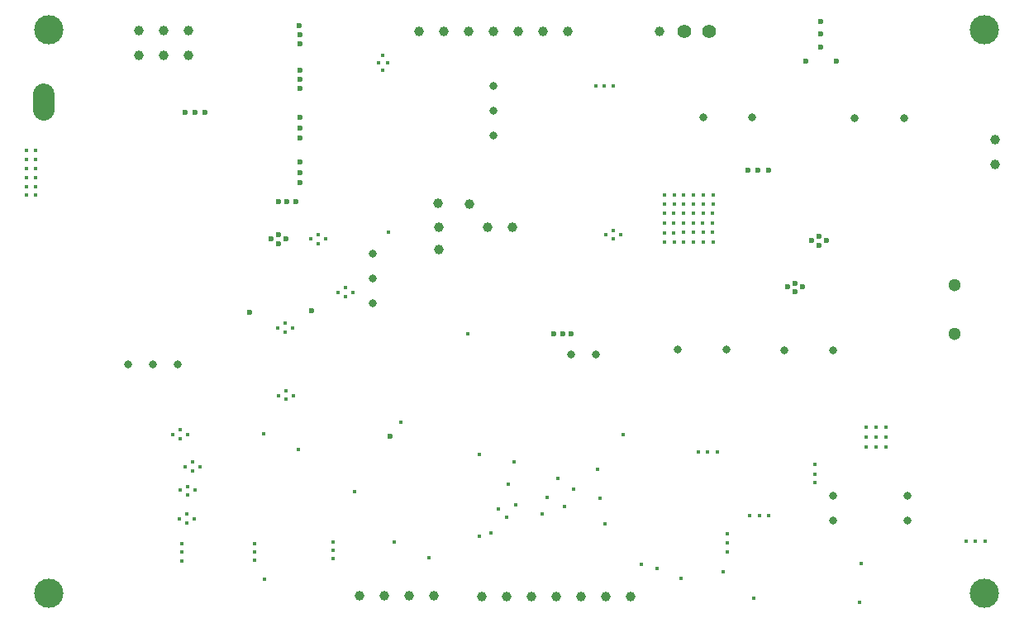
<source format=gbr>
%TF.GenerationSoftware,KiCad,Pcbnew,(5.1.4-0-10_14)*%
%TF.CreationDate,2019-11-24T21:13:47+02:00*%
%TF.ProjectId,READY,52454144-592e-46b6-9963-61645f706362,3.0*%
%TF.SameCoordinates,Original*%
%TF.FileFunction,Plated,1,2,PTH,Mixed*%
%TF.FilePolarity,Positive*%
%FSLAX46Y46*%
G04 Gerber Fmt 4.6, Leading zero omitted, Abs format (unit mm)*
G04 Created by KiCad (PCBNEW (5.1.4-0-10_14)) date 2019-11-24 21:13:47*
%MOMM*%
%LPD*%
G04 APERTURE LIST*
%TA.AperFunction,ViaDrill*%
%ADD10C,0.400000*%
%TD*%
%TA.AperFunction,ViaDrill*%
%ADD11C,0.600000*%
%TD*%
%TA.AperFunction,ComponentDrill*%
%ADD12C,0.800000*%
%TD*%
%TA.AperFunction,ComponentDrill*%
%ADD13C,1.000000*%
%TD*%
%TA.AperFunction,ComponentDrill*%
%ADD14C,1.300000*%
%TD*%
%TA.AperFunction,ComponentDrill*%
%ADD15C,1.400000*%
%TD*%
G04 aperture for slot hole*
%TA.AperFunction,ComponentDrill*%
%ADD16C,2.200000*%
%TD*%
%TA.AperFunction,ComponentDrill*%
%ADD17C,3.000000*%
%TD*%
G04 APERTURE END LIST*
D10*
X107548000Y-73655600D03*
X107548000Y-74570000D03*
X107548000Y-75484400D03*
X107548000Y-76398800D03*
X107548000Y-77313200D03*
X107548000Y-78227600D03*
X108462000Y-73655600D03*
X108462000Y-74570000D03*
X108462000Y-75484400D03*
X108462000Y-76398800D03*
X108462000Y-77313200D03*
X108462000Y-78227600D03*
X122555000Y-102794000D03*
X123241000Y-111430000D03*
X123292000Y-108433000D03*
X123317000Y-102286000D03*
X123317000Y-103175000D03*
X123495000Y-113944000D03*
X123495000Y-114808000D03*
X123495000Y-115672000D03*
X123825000Y-106096000D03*
X124003000Y-110922000D03*
X124003000Y-111811000D03*
X124054000Y-108052000D03*
X124054000Y-108941000D03*
X124079000Y-102794000D03*
X124587000Y-105588000D03*
X124587000Y-106477000D03*
X124765000Y-111430000D03*
X124816000Y-108433000D03*
X125349000Y-106096000D03*
X130962000Y-113894000D03*
X130962000Y-114757000D03*
X130962000Y-115621000D03*
X131819400Y-102643500D03*
X131971600Y-117556100D03*
X133274000Y-91871800D03*
X133350000Y-98755200D03*
X134036000Y-91363800D03*
X134036000Y-92252800D03*
X134112000Y-98247200D03*
X134112000Y-99136200D03*
X134798000Y-91871800D03*
X134874000Y-98755200D03*
X135414700Y-104284500D03*
X136652000Y-82677000D03*
X137414000Y-82296000D03*
X137414000Y-83185000D03*
X138176000Y-82677000D03*
X138989000Y-113741000D03*
X138989000Y-114605000D03*
X138989000Y-115468000D03*
X139446000Y-88214200D03*
X140208000Y-87706200D03*
X140208000Y-88595200D03*
X140970000Y-88214200D03*
X141174200Y-108596200D03*
X143637000Y-64693800D03*
X144018000Y-63931800D03*
X144018000Y-65455800D03*
X144526000Y-64693800D03*
X144635400Y-82001500D03*
X145209400Y-113774700D03*
X145934300Y-101498900D03*
X148769000Y-115340500D03*
X152765200Y-92404500D03*
X153950900Y-104748900D03*
X153966900Y-113174900D03*
X155133900Y-112836900D03*
X155930300Y-110371100D03*
X156715300Y-111224800D03*
X156923300Y-107801600D03*
X157529700Y-105584200D03*
X157713100Y-109958900D03*
X160411900Y-110854700D03*
X160912000Y-109190000D03*
X161989400Y-107240000D03*
X162652600Y-110111100D03*
X163580700Y-108345100D03*
X165913000Y-67005200D03*
X166034400Y-106303200D03*
X166335000Y-109305600D03*
X166776000Y-67005200D03*
X166849600Y-111919700D03*
X166878000Y-82245200D03*
X167640000Y-67005200D03*
X167640000Y-81838800D03*
X167640000Y-82702400D03*
X168453000Y-82245200D03*
X168727800Y-102718900D03*
X170573200Y-116052100D03*
X172166600Y-116489100D03*
X172910000Y-81089500D03*
X172923000Y-80086200D03*
X172923000Y-82054700D03*
X172936000Y-78193900D03*
X172936000Y-79121000D03*
X172949000Y-83032600D03*
X173876000Y-81089500D03*
X173888000Y-80086200D03*
X173888000Y-82054700D03*
X173901000Y-78193900D03*
X173901000Y-79121000D03*
X173914000Y-83032600D03*
X174589400Y-117445600D03*
X174866000Y-81076800D03*
X174879000Y-80073500D03*
X174879000Y-82042000D03*
X174892000Y-78181200D03*
X174892000Y-79108300D03*
X174904000Y-83019900D03*
X175844000Y-81076800D03*
X175857000Y-80073500D03*
X175857000Y-82042000D03*
X175870000Y-78181200D03*
X175870000Y-79108300D03*
X175882000Y-83019900D03*
X176428000Y-104496000D03*
X176848000Y-81076800D03*
X176860000Y-80073500D03*
X176860000Y-82042000D03*
X176873000Y-78181200D03*
X176873000Y-79108300D03*
X176886000Y-83019900D03*
X177343000Y-104496000D03*
X177851000Y-81076800D03*
X177864000Y-80073500D03*
X177864000Y-82042000D03*
X177876000Y-78181200D03*
X177876000Y-79108300D03*
X177889000Y-83019900D03*
X178308000Y-104496000D03*
X178942400Y-116836600D03*
X179375000Y-112878000D03*
X179375000Y-113843000D03*
X179375000Y-114757000D03*
X181674000Y-111062000D03*
X182098500Y-119479000D03*
X182626000Y-111062000D03*
X183578000Y-111062000D03*
X188316000Y-105816000D03*
X188316000Y-106782000D03*
X188316000Y-107696000D03*
X192918700Y-119927500D03*
X193092500Y-115977600D03*
X193548000Y-101981000D03*
X193548000Y-102997000D03*
X193548000Y-104013000D03*
X194564000Y-101981000D03*
X194564000Y-102997000D03*
X194564000Y-104013000D03*
X195580000Y-101981000D03*
X195580000Y-102997000D03*
X195580000Y-104013000D03*
X203835000Y-113665000D03*
X204788000Y-113665000D03*
X205740000Y-113665000D03*
D11*
X123825000Y-69723000D03*
X124841000Y-69723000D03*
X125857000Y-69723000D03*
X130411000Y-90197800D03*
X132588000Y-82677000D03*
X133350000Y-82296000D03*
X133350000Y-83185000D03*
X133401000Y-78841600D03*
X134112000Y-82677000D03*
X134264000Y-78841600D03*
X135128000Y-78841600D03*
X135509000Y-60833000D03*
X135557000Y-61801400D03*
X135557000Y-62738000D03*
X135557000Y-70231000D03*
X135557000Y-71326400D03*
X135557000Y-72390000D03*
X135579000Y-65405000D03*
X135579000Y-66351400D03*
X135579000Y-67310000D03*
X135579000Y-74803000D03*
X135579000Y-75876400D03*
X135579000Y-76962000D03*
X136801300Y-90065900D03*
X144799600Y-102953100D03*
X161595000Y-92405200D03*
X162484000Y-92405200D03*
X163373000Y-92405200D03*
X181470000Y-75692000D03*
X182499000Y-75692000D03*
X183578000Y-75692000D03*
X185509000Y-87604600D03*
X186271000Y-87223600D03*
X186271000Y-88112600D03*
X187033000Y-87604600D03*
X187439000Y-64490600D03*
X188011000Y-82842100D03*
X188773000Y-82461100D03*
X188773000Y-83350100D03*
X188925000Y-61683900D03*
X188925000Y-63068200D03*
X188951000Y-60388500D03*
X189535000Y-82842100D03*
X190500000Y-64465200D03*
D12*
%TO.C,U4*%
X190195000Y-109042000D03*
X190195000Y-111582000D03*
X197815000Y-109042000D03*
X197815000Y-111582000D03*
%TO.C,C19*%
X185224000Y-94117200D03*
X190224000Y-94117200D03*
%TO.C,C12*%
X163388000Y-94549000D03*
X165888000Y-94549000D03*
%TO.C,BAT2*%
X143027000Y-84226400D03*
X143027000Y-86766400D03*
X143027000Y-89306400D03*
%TO.C,C1*%
X192434000Y-70319900D03*
X197434000Y-70319900D03*
%TO.C,CURRENT2*%
X117958000Y-95554800D03*
X120498000Y-95554800D03*
X123038000Y-95554800D03*
%TO.C,C20*%
X174260000Y-94071400D03*
%TO.C,BAT1*%
X155433000Y-67066200D03*
X155433000Y-69606200D03*
%TO.C,C10*%
X176911000Y-70243700D03*
X181911000Y-70243700D03*
%TO.C,C20*%
X179260000Y-94071400D03*
%TO.C,BAT1*%
X155433000Y-72146200D03*
D13*
%TO.C,J4*%
X141694000Y-119304000D03*
X144234000Y-119304000D03*
X146774000Y-119304000D03*
X149314000Y-119304000D03*
%TO.C,J3*%
X206769000Y-72504300D03*
X206769000Y-75044300D03*
%TO.C,J1*%
X172439000Y-61440100D03*
%TO.C,BZ3*%
X149754800Y-79081600D03*
X152959000Y-79095600D03*
%TO.C,J8*%
X147777000Y-61468000D03*
X150317000Y-61468000D03*
X152857000Y-61468000D03*
X155397000Y-61468000D03*
X157937000Y-61468000D03*
X160477000Y-61468000D03*
X163017000Y-61468000D03*
%TO.C,BZ1*%
X149780200Y-81520000D03*
X157384000Y-81521300D03*
%TO.C,J2*%
X119040000Y-61315600D03*
X119040000Y-63855600D03*
X121580000Y-61315600D03*
X121580000Y-63855600D03*
X124120000Y-61315600D03*
X124120000Y-63855600D03*
%TO.C,BZ2*%
X149780332Y-83823399D03*
X154787000Y-81521700D03*
%TO.C,J5*%
X154178000Y-119380000D03*
X156718000Y-119380000D03*
X159258000Y-119380000D03*
X161798000Y-119380000D03*
X164338000Y-119380000D03*
X166878000Y-119380000D03*
X169418000Y-119380000D03*
D14*
%TO.C,L1*%
X202601000Y-87411600D03*
X202601000Y-92411600D03*
D15*
%TO.C,J1*%
X174979000Y-61440100D03*
X177519000Y-61440100D03*
D16*
%TO.C,H5*%
X109372000Y-69481600D02*
X109372000Y-67881600D01*
D17*
%TO.C,H3*%
X109855000Y-119039000D03*
%TO.C,H4*%
X109855000Y-61247000D03*
%TO.C,H2*%
X205707000Y-119039000D03*
%TO.C,H1*%
X205707000Y-61247000D03*
M02*

</source>
